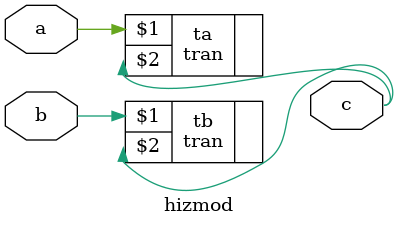
<source format=v>
module hizmod(
    input a,
    input b,
    output c
);

    tran ta(a, c);
    tran tb(b, c);

endmodule

</source>
